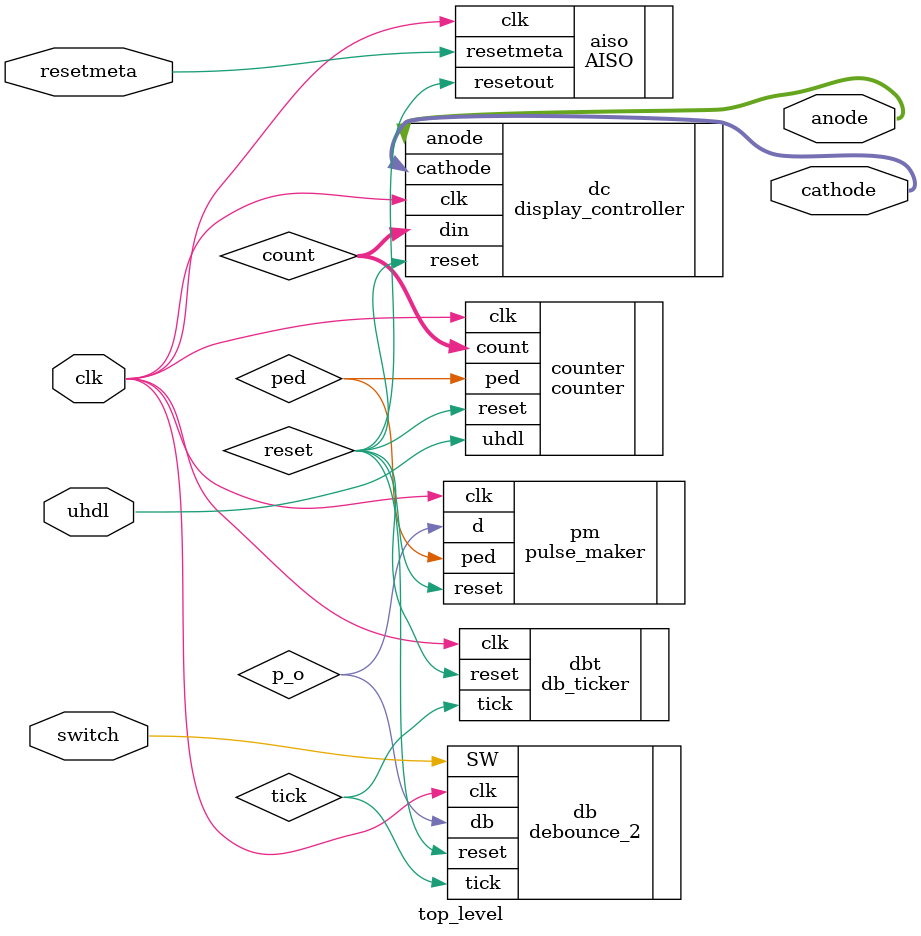
<source format=v>
`timescale 1ns / 1ps

module top_level(resetmeta, uhdl, switch, clk, anode, cathode);
	 
	 input resetmeta, uhdl, switch, clk;
	 output [7:0] anode;
    output [6:0] cathode;
	 wire reset, tick, p_o, ped;
	 wire [31:0] count;
	 
	 AISO aiso(.clk(clk), .resetmeta(resetmeta), .resetout(reset));
	 
	 db_ticker dbt(.clk(clk), .reset(reset), .tick(tick));
	 
	 debounce_2 db(.clk(clk), .reset(reset), .tick(tick), 
	                              .SW(switch), .db(p_o));
						
	 pulse_maker pm(.clk(clk), .reset(reset), .d(p_o), .ped(ped));
	 
	 counter counter(.clk(clk), .reset(reset), .ped(ped), 
	                         .uhdl(uhdl), .count(count));
						 
	 display_controller dc(.clk(clk), .reset(reset), .din(count),
                              .anode(anode), .cathode(cathode));

endmodule

</source>
